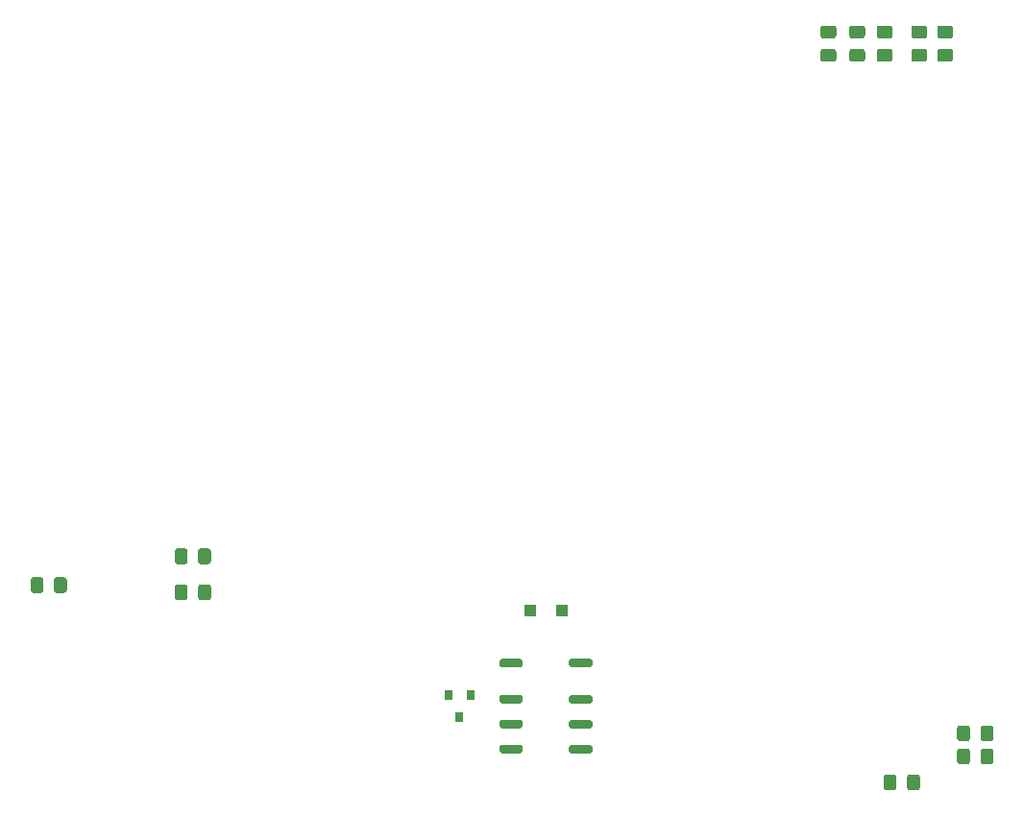
<source format=gbr>
%TF.GenerationSoftware,KiCad,Pcbnew,5.1.6-c6e7f7d~87~ubuntu18.04.1*%
%TF.CreationDate,2020-11-12T00:39:07+00:00*%
%TF.ProjectId,CirrusDspPedal,43697272-7573-4447-9370-506564616c2e,rev?*%
%TF.SameCoordinates,Original*%
%TF.FileFunction,Paste,Bot*%
%TF.FilePolarity,Positive*%
%FSLAX46Y46*%
G04 Gerber Fmt 4.6, Leading zero omitted, Abs format (unit mm)*
G04 Created by KiCad (PCBNEW 5.1.6-c6e7f7d~87~ubuntu18.04.1) date 2020-11-12 00:39:07*
%MOMM*%
%LPD*%
G01*
G04 APERTURE LIST*
%ADD10R,0.800000X0.900000*%
%ADD11R,1.100000X1.100000*%
G04 APERTURE END LIST*
%TO.C,R27*%
G36*
G01*
X181032999Y-65728000D02*
X181933001Y-65728000D01*
G75*
G02*
X182183000Y-65977999I0J-249999D01*
G01*
X182183000Y-66628001D01*
G75*
G02*
X181933001Y-66878000I-249999J0D01*
G01*
X181032999Y-66878000D01*
G75*
G02*
X180783000Y-66628001I0J249999D01*
G01*
X180783000Y-65977999D01*
G75*
G02*
X181032999Y-65728000I249999J0D01*
G01*
G37*
G36*
G01*
X181032999Y-63678000D02*
X181933001Y-63678000D01*
G75*
G02*
X182183000Y-63927999I0J-249999D01*
G01*
X182183000Y-64578001D01*
G75*
G02*
X181933001Y-64828000I-249999J0D01*
G01*
X181032999Y-64828000D01*
G75*
G02*
X180783000Y-64578001I0J249999D01*
G01*
X180783000Y-63927999D01*
G75*
G02*
X181032999Y-63678000I249999J0D01*
G01*
G37*
%TD*%
D10*
%TO.C,Q1*%
X140970000Y-124698000D03*
X141920000Y-122698000D03*
X140020000Y-122698000D03*
%TD*%
%TO.C,K1*%
G36*
G01*
X152690000Y-119698000D02*
X152690000Y-120098000D01*
G75*
G02*
X152490000Y-120298000I-200000J0D01*
G01*
X150830000Y-120298000D01*
G75*
G02*
X150630000Y-120098000I0J200000D01*
G01*
X150630000Y-119698000D01*
G75*
G02*
X150830000Y-119498000I200000J0D01*
G01*
X152490000Y-119498000D01*
G75*
G02*
X152690000Y-119698000I0J-200000D01*
G01*
G37*
G36*
G01*
X152690000Y-122898000D02*
X152690000Y-123298000D01*
G75*
G02*
X152490000Y-123498000I-200000J0D01*
G01*
X150830000Y-123498000D01*
G75*
G02*
X150630000Y-123298000I0J200000D01*
G01*
X150630000Y-122898000D01*
G75*
G02*
X150830000Y-122698000I200000J0D01*
G01*
X152490000Y-122698000D01*
G75*
G02*
X152690000Y-122898000I0J-200000D01*
G01*
G37*
G36*
G01*
X152690000Y-125098000D02*
X152690000Y-125498000D01*
G75*
G02*
X152490000Y-125698000I-200000J0D01*
G01*
X150830000Y-125698000D01*
G75*
G02*
X150630000Y-125498000I0J200000D01*
G01*
X150630000Y-125098000D01*
G75*
G02*
X150830000Y-124898000I200000J0D01*
G01*
X152490000Y-124898000D01*
G75*
G02*
X152690000Y-125098000I0J-200000D01*
G01*
G37*
G36*
G01*
X152690000Y-127298000D02*
X152690000Y-127698000D01*
G75*
G02*
X152490000Y-127898000I-200000J0D01*
G01*
X150830000Y-127898000D01*
G75*
G02*
X150630000Y-127698000I0J200000D01*
G01*
X150630000Y-127298000D01*
G75*
G02*
X150830000Y-127098000I200000J0D01*
G01*
X152490000Y-127098000D01*
G75*
G02*
X152690000Y-127298000I0J-200000D01*
G01*
G37*
G36*
G01*
X146550000Y-127298000D02*
X146550000Y-127698000D01*
G75*
G02*
X146350000Y-127898000I-200000J0D01*
G01*
X144690000Y-127898000D01*
G75*
G02*
X144490000Y-127698000I0J200000D01*
G01*
X144490000Y-127298000D01*
G75*
G02*
X144690000Y-127098000I200000J0D01*
G01*
X146350000Y-127098000D01*
G75*
G02*
X146550000Y-127298000I0J-200000D01*
G01*
G37*
G36*
G01*
X146550000Y-125098000D02*
X146550000Y-125498000D01*
G75*
G02*
X146350000Y-125698000I-200000J0D01*
G01*
X144690000Y-125698000D01*
G75*
G02*
X144490000Y-125498000I0J200000D01*
G01*
X144490000Y-125098000D01*
G75*
G02*
X144690000Y-124898000I200000J0D01*
G01*
X146350000Y-124898000D01*
G75*
G02*
X146550000Y-125098000I0J-200000D01*
G01*
G37*
G36*
G01*
X146550000Y-122898000D02*
X146550000Y-123298000D01*
G75*
G02*
X146350000Y-123498000I-200000J0D01*
G01*
X144690000Y-123498000D01*
G75*
G02*
X144490000Y-123298000I0J200000D01*
G01*
X144490000Y-122898000D01*
G75*
G02*
X144690000Y-122698000I200000J0D01*
G01*
X146350000Y-122698000D01*
G75*
G02*
X146550000Y-122898000I0J-200000D01*
G01*
G37*
G36*
G01*
X146550000Y-119698000D02*
X146550000Y-120098000D01*
G75*
G02*
X146350000Y-120298000I-200000J0D01*
G01*
X144690000Y-120298000D01*
G75*
G02*
X144490000Y-120098000I0J200000D01*
G01*
X144490000Y-119698000D01*
G75*
G02*
X144690000Y-119498000I200000J0D01*
G01*
X146350000Y-119498000D01*
G75*
G02*
X146550000Y-119698000I0J-200000D01*
G01*
G37*
%TD*%
D11*
%TO.C,D2*%
X147190000Y-115316000D03*
X149990000Y-115316000D03*
%TD*%
%TO.C,R28*%
G36*
G01*
X183318999Y-65728000D02*
X184219001Y-65728000D01*
G75*
G02*
X184469000Y-65977999I0J-249999D01*
G01*
X184469000Y-66628001D01*
G75*
G02*
X184219001Y-66878000I-249999J0D01*
G01*
X183318999Y-66878000D01*
G75*
G02*
X183069000Y-66628001I0J249999D01*
G01*
X183069000Y-65977999D01*
G75*
G02*
X183318999Y-65728000I249999J0D01*
G01*
G37*
G36*
G01*
X183318999Y-63678000D02*
X184219001Y-63678000D01*
G75*
G02*
X184469000Y-63927999I0J-249999D01*
G01*
X184469000Y-64578001D01*
G75*
G02*
X184219001Y-64828000I-249999J0D01*
G01*
X183318999Y-64828000D01*
G75*
G02*
X183069000Y-64578001I0J249999D01*
G01*
X183069000Y-63927999D01*
G75*
G02*
X183318999Y-63678000I249999J0D01*
G01*
G37*
%TD*%
%TO.C,R26*%
G36*
G01*
X177984999Y-65728000D02*
X178885001Y-65728000D01*
G75*
G02*
X179135000Y-65977999I0J-249999D01*
G01*
X179135000Y-66628001D01*
G75*
G02*
X178885001Y-66878000I-249999J0D01*
G01*
X177984999Y-66878000D01*
G75*
G02*
X177735000Y-66628001I0J249999D01*
G01*
X177735000Y-65977999D01*
G75*
G02*
X177984999Y-65728000I249999J0D01*
G01*
G37*
G36*
G01*
X177984999Y-63678000D02*
X178885001Y-63678000D01*
G75*
G02*
X179135000Y-63927999I0J-249999D01*
G01*
X179135000Y-64578001D01*
G75*
G02*
X178885001Y-64828000I-249999J0D01*
G01*
X177984999Y-64828000D01*
G75*
G02*
X177735000Y-64578001I0J249999D01*
G01*
X177735000Y-63927999D01*
G75*
G02*
X177984999Y-63678000I249999J0D01*
G01*
G37*
%TD*%
%TO.C,R25*%
G36*
G01*
X175571999Y-65728000D02*
X176472001Y-65728000D01*
G75*
G02*
X176722000Y-65977999I0J-249999D01*
G01*
X176722000Y-66628001D01*
G75*
G02*
X176472001Y-66878000I-249999J0D01*
G01*
X175571999Y-66878000D01*
G75*
G02*
X175322000Y-66628001I0J249999D01*
G01*
X175322000Y-65977999D01*
G75*
G02*
X175571999Y-65728000I249999J0D01*
G01*
G37*
G36*
G01*
X175571999Y-63678000D02*
X176472001Y-63678000D01*
G75*
G02*
X176722000Y-63927999I0J-249999D01*
G01*
X176722000Y-64578001D01*
G75*
G02*
X176472001Y-64828000I-249999J0D01*
G01*
X175571999Y-64828000D01*
G75*
G02*
X175322000Y-64578001I0J249999D01*
G01*
X175322000Y-63927999D01*
G75*
G02*
X175571999Y-63678000I249999J0D01*
G01*
G37*
%TD*%
%TO.C,R24*%
G36*
G01*
X173031999Y-65728000D02*
X173932001Y-65728000D01*
G75*
G02*
X174182000Y-65977999I0J-249999D01*
G01*
X174182000Y-66628001D01*
G75*
G02*
X173932001Y-66878000I-249999J0D01*
G01*
X173031999Y-66878000D01*
G75*
G02*
X172782000Y-66628001I0J249999D01*
G01*
X172782000Y-65977999D01*
G75*
G02*
X173031999Y-65728000I249999J0D01*
G01*
G37*
G36*
G01*
X173031999Y-63678000D02*
X173932001Y-63678000D01*
G75*
G02*
X174182000Y-63927999I0J-249999D01*
G01*
X174182000Y-64578001D01*
G75*
G02*
X173932001Y-64828000I-249999J0D01*
G01*
X173031999Y-64828000D01*
G75*
G02*
X172782000Y-64578001I0J249999D01*
G01*
X172782000Y-63927999D01*
G75*
G02*
X173031999Y-63678000I249999J0D01*
G01*
G37*
%TD*%
%TO.C,C13*%
G36*
G01*
X104325000Y-112579999D02*
X104325000Y-113480001D01*
G75*
G02*
X104075001Y-113730000I-249999J0D01*
G01*
X103424999Y-113730000D01*
G75*
G02*
X103175000Y-113480001I0J249999D01*
G01*
X103175000Y-112579999D01*
G75*
G02*
X103424999Y-112330000I249999J0D01*
G01*
X104075001Y-112330000D01*
G75*
G02*
X104325000Y-112579999I0J-249999D01*
G01*
G37*
G36*
G01*
X106375000Y-112579999D02*
X106375000Y-113480001D01*
G75*
G02*
X106125001Y-113730000I-249999J0D01*
G01*
X105474999Y-113730000D01*
G75*
G02*
X105225000Y-113480001I0J249999D01*
G01*
X105225000Y-112579999D01*
G75*
G02*
X105474999Y-112330000I249999J0D01*
G01*
X106125001Y-112330000D01*
G75*
G02*
X106375000Y-112579999I0J-249999D01*
G01*
G37*
%TD*%
%TO.C,C11*%
G36*
G01*
X117925000Y-110940001D02*
X117925000Y-110039999D01*
G75*
G02*
X118174999Y-109790000I249999J0D01*
G01*
X118825001Y-109790000D01*
G75*
G02*
X119075000Y-110039999I0J-249999D01*
G01*
X119075000Y-110940001D01*
G75*
G02*
X118825001Y-111190000I-249999J0D01*
G01*
X118174999Y-111190000D01*
G75*
G02*
X117925000Y-110940001I0J249999D01*
G01*
G37*
G36*
G01*
X115875000Y-110940001D02*
X115875000Y-110039999D01*
G75*
G02*
X116124999Y-109790000I249999J0D01*
G01*
X116775001Y-109790000D01*
G75*
G02*
X117025000Y-110039999I0J-249999D01*
G01*
X117025000Y-110940001D01*
G75*
G02*
X116775001Y-111190000I-249999J0D01*
G01*
X116124999Y-111190000D01*
G75*
G02*
X115875000Y-110940001I0J249999D01*
G01*
G37*
%TD*%
%TO.C,C10*%
G36*
G01*
X117925000Y-114115001D02*
X117925000Y-113214999D01*
G75*
G02*
X118174999Y-112965000I249999J0D01*
G01*
X118825001Y-112965000D01*
G75*
G02*
X119075000Y-113214999I0J-249999D01*
G01*
X119075000Y-114115001D01*
G75*
G02*
X118825001Y-114365000I-249999J0D01*
G01*
X118174999Y-114365000D01*
G75*
G02*
X117925000Y-114115001I0J249999D01*
G01*
G37*
G36*
G01*
X115875000Y-114115001D02*
X115875000Y-113214999D01*
G75*
G02*
X116124999Y-112965000I249999J0D01*
G01*
X116775001Y-112965000D01*
G75*
G02*
X117025000Y-113214999I0J-249999D01*
G01*
X117025000Y-114115001D01*
G75*
G02*
X116775001Y-114365000I-249999J0D01*
G01*
X116124999Y-114365000D01*
G75*
G02*
X115875000Y-114115001I0J249999D01*
G01*
G37*
%TD*%
%TO.C,C3*%
G36*
G01*
X180409000Y-130879001D02*
X180409000Y-129978999D01*
G75*
G02*
X180658999Y-129729000I249999J0D01*
G01*
X181309001Y-129729000D01*
G75*
G02*
X181559000Y-129978999I0J-249999D01*
G01*
X181559000Y-130879001D01*
G75*
G02*
X181309001Y-131129000I-249999J0D01*
G01*
X180658999Y-131129000D01*
G75*
G02*
X180409000Y-130879001I0J249999D01*
G01*
G37*
G36*
G01*
X178359000Y-130879001D02*
X178359000Y-129978999D01*
G75*
G02*
X178608999Y-129729000I249999J0D01*
G01*
X179259001Y-129729000D01*
G75*
G02*
X179509000Y-129978999I0J-249999D01*
G01*
X179509000Y-130879001D01*
G75*
G02*
X179259001Y-131129000I-249999J0D01*
G01*
X178608999Y-131129000D01*
G75*
G02*
X178359000Y-130879001I0J249999D01*
G01*
G37*
%TD*%
%TO.C,C2*%
G36*
G01*
X186886000Y-128593001D02*
X186886000Y-127692999D01*
G75*
G02*
X187135999Y-127443000I249999J0D01*
G01*
X187786001Y-127443000D01*
G75*
G02*
X188036000Y-127692999I0J-249999D01*
G01*
X188036000Y-128593001D01*
G75*
G02*
X187786001Y-128843000I-249999J0D01*
G01*
X187135999Y-128843000D01*
G75*
G02*
X186886000Y-128593001I0J249999D01*
G01*
G37*
G36*
G01*
X184836000Y-128593001D02*
X184836000Y-127692999D01*
G75*
G02*
X185085999Y-127443000I249999J0D01*
G01*
X185736001Y-127443000D01*
G75*
G02*
X185986000Y-127692999I0J-249999D01*
G01*
X185986000Y-128593001D01*
G75*
G02*
X185736001Y-128843000I-249999J0D01*
G01*
X185085999Y-128843000D01*
G75*
G02*
X184836000Y-128593001I0J249999D01*
G01*
G37*
%TD*%
%TO.C,C1*%
G36*
G01*
X186886000Y-126561001D02*
X186886000Y-125660999D01*
G75*
G02*
X187135999Y-125411000I249999J0D01*
G01*
X187786001Y-125411000D01*
G75*
G02*
X188036000Y-125660999I0J-249999D01*
G01*
X188036000Y-126561001D01*
G75*
G02*
X187786001Y-126811000I-249999J0D01*
G01*
X187135999Y-126811000D01*
G75*
G02*
X186886000Y-126561001I0J249999D01*
G01*
G37*
G36*
G01*
X184836000Y-126561001D02*
X184836000Y-125660999D01*
G75*
G02*
X185085999Y-125411000I249999J0D01*
G01*
X185736001Y-125411000D01*
G75*
G02*
X185986000Y-125660999I0J-249999D01*
G01*
X185986000Y-126561001D01*
G75*
G02*
X185736001Y-126811000I-249999J0D01*
G01*
X185085999Y-126811000D01*
G75*
G02*
X184836000Y-126561001I0J249999D01*
G01*
G37*
%TD*%
M02*

</source>
